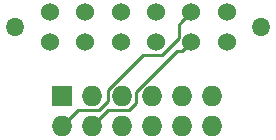
<source format=gbl>
G04 #@! TF.FileFunction,Copper,L2,Bot,Signal*
%FSLAX46Y46*%
G04 Gerber Fmt 4.6, Leading zero omitted, Abs format (unit mm)*
G04 Created by KiCad (PCBNEW (2016-02-15 BZR 6559)-product) date Friday, 26 February 2016 'pmt' 22:53:27*
%MOMM*%
G01*
G04 APERTURE LIST*
%ADD10C,0.100000*%
%ADD11R,1.727200X1.727200*%
%ADD12O,1.727200X1.727200*%
%ADD13C,1.524000*%
%ADD14O,1.500000X1.600000*%
%ADD15C,0.250000*%
G04 APERTURE END LIST*
D10*
D11*
X145880000Y-98500000D03*
D12*
X145880000Y-101040000D03*
X148420000Y-98500000D03*
X148420000Y-101040000D03*
X150960000Y-98500000D03*
X150960000Y-101040000D03*
X153500000Y-98500000D03*
X153500000Y-101040000D03*
X156040000Y-98500000D03*
X156040000Y-101040000D03*
X158580000Y-98500000D03*
X158580000Y-101040000D03*
D13*
X144823935Y-91376269D03*
X144823935Y-93876269D03*
X147823935Y-91376269D03*
X147823935Y-93876269D03*
X150823935Y-93876269D03*
X150823935Y-91376269D03*
X153823935Y-91376269D03*
X153823935Y-93876269D03*
X156823935Y-93876269D03*
X156823935Y-91376269D03*
X159823935Y-91376269D03*
X159823935Y-93876269D03*
D14*
X162723935Y-92626269D03*
X141923935Y-92626269D03*
D15*
X145880000Y-101040000D02*
X147231399Y-99688601D01*
X149771399Y-97929471D02*
X152737600Y-94963270D01*
X147231399Y-99688601D02*
X148990529Y-99688601D01*
X148990529Y-99688601D02*
X149771399Y-98907731D01*
X149771399Y-98907731D02*
X149771399Y-97929471D01*
X152737600Y-94963270D02*
X154345696Y-94963270D01*
X154345696Y-94963270D02*
X155736934Y-93572032D01*
X155736934Y-93572032D02*
X155736934Y-92463270D01*
X155736934Y-92463270D02*
X156061936Y-92138268D01*
X156061936Y-92138268D02*
X156823935Y-91376269D01*
X148420000Y-101040000D02*
X149771399Y-99688601D01*
X149771399Y-99688601D02*
X151530529Y-99688601D01*
X152148601Y-99070529D02*
X152148601Y-98092269D01*
X151530529Y-99688601D02*
X152148601Y-99070529D01*
X152148601Y-98092269D02*
X155602602Y-94638268D01*
X155602602Y-94638268D02*
X156061936Y-94638268D01*
X156061936Y-94638268D02*
X156823935Y-93876269D01*
M02*

</source>
